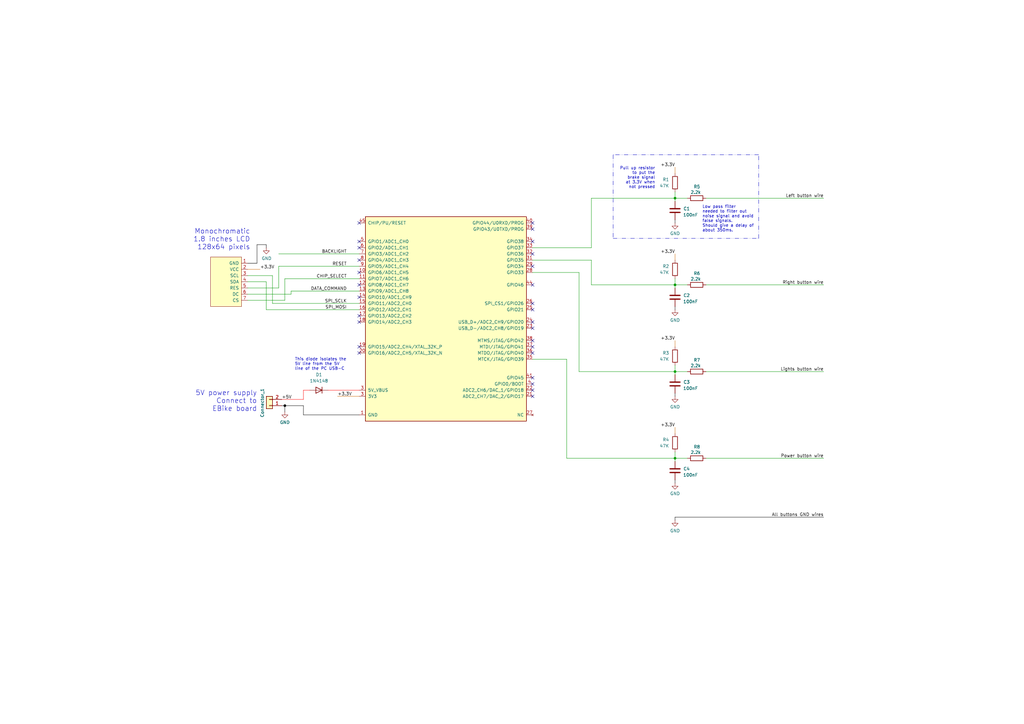
<source format=kicad_sch>
(kicad_sch (version 20231120) (generator "eeschema") (generator_version "8.0")
  (paper "A3")
  (lib_symbols
    (symbol "Connector_Generic:Conn_01x02" (pin_names (offset 1.016) hide)
      (property "Reference" "J" (at 0 2.54 0))
      (property "Value" "Conn_01x02" (at 0 -5.08 0))
      (symbol "Conn_01x02_1_1"
        (rectangle (start -1.27 -2.413) (end 0 -2.667) (stroke (width 0.1524)))
        (rectangle (start -1.27 0.127) (end 0 -0.127) (stroke (width 0.1524)))
        (rectangle (start -1.27 1.27) (end 1.27 -3.81) (stroke (width 0.254)) (fill (type background)))
        (pin passive line (at -5.08 0 0) (length 3.81) (name "Pin_1") (number "1"))
        (pin passive line (at -5.08 -2.54 0) (length 3.81) (name "Pin_2") (number "2"))
      )
    )
    (symbol "Device:C" (pin_numbers hide) (pin_names (offset 0.254))
      (property "Reference" "C" (at 0.635 2.54 0))
      (property "Value" "C" (at 0.635 -2.54 0))
      (symbol "C_0_1"
        (polyline (pts (xy -2.032 -0.762) (xy 2.032 -0.762)) (stroke (width 0.508)))
        (polyline (pts (xy -2.032 0.762) (xy 2.032 0.762)) (stroke (width 0.508)))
      )
      (symbol "C_1_1"
        (pin passive line (at 0 3.81 270) (length 2.794) (name "~") (number "1"))
        (pin passive line (at 0 -3.81 90) (length 2.794) (name "~") (number "2"))
      )
    )
    (symbol "Device:R" (pin_numbers hide) (pin_names (offset 0))
      (property "Reference" "R" (at 2.032 0 90))
      (property "Value" "R" (at 0 0 90))
      (symbol "R_0_1"
        (rectangle (start -1.016 -2.54) (end 1.016 2.54) (stroke (width 0.254)))
      )
      (symbol "R_1_1"
        (pin passive line (at 0 3.81 270) (length 1.27) (name "~") (number "1"))
        (pin passive line (at 0 -3.81 90) (length 1.27) (name "~") (number "2"))
      )
    )
    (symbol "Diode:1N4148" (pin_numbers hide) (pin_names hide)
      (property "Reference" "D" (at 0 2.54 0))
      (property "Value" "1N4148" (at 0 -2.54 0))
      (symbol "1N4148_0_1"
        (polyline (pts (xy -1.27 1.27) (xy -1.27 -1.27)) (stroke (width 0.254)))
        (polyline (pts (xy 1.27 0) (xy -1.27 0)))
        (polyline (pts (xy 1.27 1.27) (xy 1.27 -1.27) (xy -1.27 0) (xy 1.27 1.27)) (stroke (width 0.254)))
      )
      (symbol "1N4148_1_1"
        (pin passive line (at -3.81 0 0) (length 2.54) (name "K") (number "1"))
        (pin passive line (at 3.81 0 180) (length 2.54) (name "A") (number "2"))
      )
    )
    (symbol "Espressif:ESP32-S2-MINI-1" (pin_names (offset 1.016))
      (symbol "ESP32-S2-MINI-1_0_0"
        (pin power_in line (at -35.56 -35.56 0) (length 2.54) (name "GND") (number "1"))
        (pin passive line (at -35.56 -35.56 0) (length 2.54) hide (name "GND") (number "43"))
        (pin input line (at 35.56 17.78 180) (length 2.54) (name "GPIO46") (number "44"))
        (pin bidirectional line (at -35.56 43.18 0) (length 2.54) (name "CHIP/PU/RESET") (number "45"))
        (pin passive line (at -35.56 -35.56 0) (length 2.54) hide (name "GND") (number "46"))
        (pin passive line (at -35.56 -35.56 0) (length 2.54) hide (name "GND") (number "47"))
        (pin passive line (at -35.56 -35.56 0) (length 2.54) hide (name "GND") (number "48"))
        (pin passive line (at -35.56 -35.56 0) (length 2.54) hide (name "GND") (number "49"))
        (pin passive line (at -35.56 -35.56 0) (length 2.54) hide (name "GND") (number "50"))
        (pin passive line (at -35.56 -35.56 0) (length 2.54) hide (name "GND") (number "51"))
        (pin passive line (at -35.56 -35.56 0) (length 2.54) hide (name "GND") (number "52"))
        (pin passive line (at -35.56 -35.56 0) (length 2.54) hide (name "GND") (number "53"))
        (pin passive line (at -35.56 -35.56 0) (length 2.54) hide (name "GND") (number "54"))
        (pin passive line (at -35.56 -35.56 0) (length 2.54) hide (name "GND") (number "55"))
        (pin passive line (at -35.56 -35.56 0) (length 2.54) hide (name "GND") (number "56"))
        (pin passive line (at -35.56 -35.56 0) (length 2.54) hide (name "GND") (number "57"))
        (pin passive line (at -35.56 -35.56 0) (length 2.54) hide (name "GND") (number "58"))
        (pin passive line (at -35.56 -35.56 0) (length 2.54) hide (name "GND") (number "59"))
        (pin passive line (at -35.56 -35.56 0) (length 2.54) hide (name "GND") (number "60"))
        (pin passive line (at -35.56 -35.56 0) (length 2.54) hide (name "GND") (number "61"))
        (pin passive line (at -35.56 -35.56 0) (length 2.54) hide (name "GND") (number "62"))
        (pin passive line (at -35.56 -35.56 0) (length 2.54) hide (name "GND") (number "63"))
        (pin passive line (at -35.56 -35.56 0) (length 2.54) hide (name "GND") (number "64"))
        (pin passive line (at -35.56 -35.56 0) (length 2.54) hide (name "GND") (number "65"))
      )
      (symbol "ESP32-S2-MINI-1_1_1"
        (rectangle (start -33.02 45.72) (end 33.02 -38.1) (stroke (width 0.254)) (fill (type background)))
        (pin bidirectional line (at -35.56 22.86 0) (length 2.54) (name "GPIO6/ADC1_CH5") (number "10"))
        (pin bidirectional line (at -35.56 20.32 0) (length 2.54) (name "GPIO7/ADC1_CH6") (number "11"))
        (pin bidirectional line (at -35.56 17.78 0) (length 2.54) (name "GPIO8/ADC1_CH7") (number "12"))
        (pin bidirectional line (at -35.56 15.24 0) (length 2.54) (name "GPIO9/ADC1_CH8") (number "13"))
        (pin bidirectional line (at -35.56 12.7 0) (length 2.54) (name "GPIO10/ADC1_CH9") (number "14"))
        (pin bidirectional line (at -35.56 10.16 0) (length 2.54) (name "GPIO11/ADC2_CH0") (number "15"))
        (pin bidirectional line (at -35.56 7.62 0) (length 2.54) (name "GPIO12/ADC2_CH1") (number "16"))
        (pin bidirectional line (at -35.56 5.08 0) (length 2.54) (name "GPIO13/ADC2_CH2") (number "17"))
        (pin bidirectional line (at -35.56 2.54 0) (length 2.54) (name "GPIO14/ADC2_CH3") (number "18"))
        (pin bidirectional line (at -35.56 -7.62 0) (length 2.54) (name "GPIO15/ADC2_CH4/XTAL_32K_P") (number "19"))
        (pin passive line (at -35.56 -35.56 0) (length 2.54) hide (name "GND") (number "2"))
        (pin bidirectional line (at -35.56 -10.16 0) (length 2.54) (name "GPIO16/ADC2_CH5/XTAL_32K_N") (number "20"))
        (pin bidirectional line (at 35.56 -27.94 180) (length 2.54) (name "ADC2_CH7/DAC_2/GPIO17") (number "21"))
        (pin bidirectional line (at 35.56 -25.4 180) (length 2.54) (name "ADC2_CH6/DAC_1/GPIO18") (number "22"))
        (pin bidirectional line (at 35.56 0 180) (length 2.54) (name "USB_D-/ADC2_CH8/GPIO19") (number "23"))
        (pin bidirectional line (at 35.56 2.54 180) (length 2.54) (name "USB_D+/ADC2_CH9/GPIO20") (number "24"))
        (pin bidirectional line (at 35.56 7.62 180) (length 2.54) (name "GPIO21") (number "25"))
        (pin bidirectional line (at 35.56 10.16 180) (length 2.54) (name "SPI_CS1/GPIO26") (number "26"))
        (pin no_connect line (at 35.56 -35.56 180) (length 2.54) (name "NC") (number "27"))
        (pin bidirectional line (at 35.56 22.86 180) (length 2.54) (name "GPIO33") (number "28"))
        (pin bidirectional line (at 35.56 25.4 180) (length 2.54) (name "GPIO34") (number "29"))
        (pin power_in line (at -35.56 -27.94 0) (length 2.54) (name "3V3") (number "3"))
        (pin power_in line (at -35.56 -25.4 0) (length 2.54) (name "5V_VBUS") (number "3"))
        (pin passive line (at -35.56 -35.56 0) (length 2.54) hide (name "GND") (number "30"))
        (pin bidirectional line (at 35.56 27.94 180) (length 2.54) (name "GPIO35") (number "31"))
        (pin bidirectional line (at 35.56 30.48 180) (length 2.54) (name "GPIO36") (number "32"))
        (pin bidirectional line (at 35.56 33.02 180) (length 2.54) (name "GPIO37") (number "33"))
        (pin bidirectional line (at 35.56 35.56 180) (length 2.54) (name "GPIO38") (number "34"))
        (pin bidirectional line (at 35.56 -12.7 180) (length 2.54) (name "MTCK/JTAG/GPIO39") (number "35"))
        (pin bidirectional line (at 35.56 -10.16 180) (length 2.54) (name "MTDO/JTAG/GPIO40") (number "36"))
        (pin bidirectional line (at 35.56 -7.62 180) (length 2.54) (name "MTDI/JTAG/GPIO41") (number "37"))
        (pin bidirectional line (at 35.56 -5.08 180) (length 2.54) (name "MTMS/JTAG/GPIO42") (number "38"))
        (pin bidirectional line (at 35.56 40.64 180) (length 2.54) (name "GPIO43/U0TXD/PROG") (number "39"))
        (pin bidirectional line (at 35.56 -22.86 180) (length 2.54) (name "GPIO0/BOOT") (number "4"))
        (pin bidirectional line (at 35.56 43.18 180) (length 2.54) (name "GPIO44/U0RXD/PROG") (number "40"))
        (pin bidirectional line (at 35.56 -20.32 180) (length 2.54) (name "GPIO45") (number "41"))
        (pin passive line (at -35.56 -35.56 0) (length 2.54) hide (name "GND") (number "42"))
        (pin bidirectional line (at -35.56 35.56 0) (length 2.54) (name "GPIO1/ADC1_CH0") (number "5"))
        (pin bidirectional line (at -35.56 33.02 0) (length 2.54) (name "GPIO2/ADC1_CH1") (number "6"))
        (pin bidirectional line (at -35.56 30.48 0) (length 2.54) (name "GPIO3/ADC1_CH2") (number "7"))
        (pin bidirectional line (at -35.56 27.94 0) (length 2.54) (name "GPIO4/ADC1_CH3") (number "8"))
        (pin bidirectional line (at -35.56 25.4 0) (length 2.54) (name "GPIO5/ADC1_CH4") (number "9"))
      )
    )
    (symbol "power:GND" (power) (pin_names (offset 0))
      (property "Value" "GND" (at 0 -3.81 0))
      (symbol "GND_0_1"
        (polyline (pts (xy 0 0) (xy 0 -1.27) (xy 1.27 -1.27) (xy 0 -2.54) (xy -1.27 -1.27) (xy 0 -1.27)))
      )
      (symbol "GND_1_1"
        (pin power_in line (at 0 0 270) (length 0) hide (name "GND") (number "1"))
      )
    )
    (symbol "schematic-OLED_SPI-Bafang_M500_M600-rescue:SSD1306-SPI-OLED-schematic-rescue" (pin_names (offset 1.016))
      (property "Reference" "Brd" (at -3.81 -3.81 0))
      (property "Value" "SSD1306-SPI-OLED-schematic-rescue" (at 0 -1.27 0))
      (symbol "SSD1306-SPI-OLED-schematic-rescue_0_1"
        (rectangle (start -10.16 6.35) (end 10.16 -6.35) (fill (type background)))
      )
      (symbol "SSD1306-SPI-OLED-schematic-rescue_1_1"
        (pin input line (at -7.62 8.89 270) (length 2.54) (name "GND") (number "1"))
        (pin input line (at -5.08 8.89 270) (length 2.54) (name "VCC") (number "2"))
        (pin input line (at -2.54 8.89 270) (length 2.54) (name "SCL") (number "3"))
        (pin input line (at 0 8.89 270) (length 2.54) (name "SDA") (number "4"))
        (pin input line (at 2.54 8.89 270) (length 2.54) (name "RES") (number "5"))
        (pin input line (at 5.08 8.89 270) (length 2.54) (name "DC") (number "6"))
        (pin input line (at 7.62 8.89 270) (length 2.54) (name "CS") (number "7"))
      )
    )
  )
  (junction (at 276.86 116.84))
  (junction (at 276.86 152.4))
  (junction (at 276.86 81.28))
  (junction (at 276.86 187.96))
  (junction (at 116.84 166.37) (color 0 0 0 1))
  (no_connect (at 218.44 144.78))
  (no_connect (at 218.44 124.46))
  (no_connect (at 147.32 121.92))
  (no_connect (at 147.32 99.06))
  (no_connect (at 147.32 106.68))
  (no_connect (at 218.44 134.62))
  (no_connect (at 218.44 162.56))
  (no_connect (at 218.44 132.08))
  (no_connect (at 147.32 129.54))
  (no_connect (at 218.44 157.48))
  (no_connect (at 147.32 132.08))
  (no_connect (at 218.44 154.94))
  (no_connect (at 218.44 91.44))
  (no_connect (at 147.32 111.76))
  (no_connect (at 218.44 93.98))
  (no_connect (at 147.32 101.6))
  (no_connect (at 218.44 127))
  (no_connect (at 147.32 91.44))
  (no_connect (at 147.32 144.78))
  (no_connect (at 218.44 116.84))
  (no_connect (at 218.44 160.02))
  (no_connect (at 218.44 142.24))
  (no_connect (at 218.44 109.22))
  (no_connect (at 218.44 104.14))
  (no_connect (at 218.44 139.7))
  (no_connect (at 147.32 116.84))
  (no_connect (at 218.44 99.06))
  (no_connect (at 147.32 142.24))
  (wire (pts (xy 147.32 124.46) (xy 111.76 124.46)))
  (wire (pts (xy 242.57 81.28) (xy 276.86 81.28)))
  (wire (pts (xy 276.86 177.8) (xy 276.86 175.26)) (stroke (width 0) (color 204 102 0 1)))
  (wire (pts (xy 276.86 212.09) (xy 337.82 212.09)) (stroke (width 0) (color 0 0 0 1)))
  (wire (pts (xy 242.57 116.84) (xy 276.86 116.84)))
  (wire (pts (xy 276.86 71.12) (xy 276.86 68.58)) (stroke (width 0) (color 204 102 0 1)))
  (polyline (pts (xy 251.46 63.5) (xy 251.46 97.79)) (stroke (width 0) (type dash_dot_dot)))
  (wire (pts (xy 218.44 106.68) (xy 242.57 106.68)))
  (wire (pts (xy 111.76 113.03) (xy 101.6 113.03)))
  (wire (pts (xy 147.32 162.56) (xy 138.43 162.56)) (stroke (width 0) (color 204 102 0 1)))
  (wire (pts (xy 101.6 115.57) (xy 109.22 115.57)))
  (wire (pts (xy 281.94 116.84) (xy 276.86 116.84)))
  (wire (pts (xy 109.22 115.57) (xy 109.22 127)))
  (wire (pts (xy 109.22 127) (xy 147.32 127)))
  (wire (pts (xy 105.41 107.95) (xy 105.41 100.33)) (stroke (width 0) (color 0 0 0 1)))
  (wire (pts (xy 115.57 166.37) (xy 116.84 166.37)) (stroke (width 0) (color 0 0 0 1)))
  (polyline (pts (xy 251.46 97.79) (xy 311.15 97.79)) (stroke (width 0) (type dash_dot_dot)))
  (wire (pts (xy 276.86 81.28) (xy 276.86 82.55)))
  (wire (pts (xy 281.94 81.28) (xy 276.86 81.28)))
  (wire (pts (xy 105.41 100.33) (xy 109.22 100.33)) (stroke (width 0) (color 0 0 0 1)))
  (wire (pts (xy 289.56 152.4) (xy 337.82 152.4)))
  (wire (pts (xy 116.84 114.3) (xy 147.32 114.3)))
  (wire (pts (xy 281.94 187.96) (xy 276.86 187.96)))
  (wire (pts (xy 281.94 152.4) (xy 276.86 152.4)))
  (wire (pts (xy 124.46 166.37) (xy 124.46 170.18)) (stroke (width 0) (color 0 0 0 1)))
  (wire (pts (xy 237.49 152.4) (xy 276.86 152.4)))
  (wire (pts (xy 242.57 101.6) (xy 242.57 81.28)))
  (wire (pts (xy 218.44 101.6) (xy 242.57 101.6)))
  (wire (pts (xy 276.86 125.73) (xy 276.86 127)) (stroke (width 0) (color 0 0 0 1)))
  (wire (pts (xy 218.44 111.76) (xy 237.49 111.76)))
  (wire (pts (xy 114.3 109.22) (xy 114.3 118.11)))
  (wire (pts (xy 119.38 120.65) (xy 119.38 119.38)))
  (wire (pts (xy 276.86 114.3) (xy 276.86 116.84)))
  (wire (pts (xy 276.86 90.17) (xy 276.86 91.44)) (stroke (width 0) (color 0 0 0 1)))
  (wire (pts (xy 124.46 163.83) (xy 124.46 160.02)) (stroke (width 0) (color 255 0 0 1)))
  (wire (pts (xy 276.86 149.86) (xy 276.86 152.4)))
  (wire (pts (xy 101.6 107.95) (xy 105.41 107.95)) (stroke (width 0) (color 0 0 0 1)))
  (wire (pts (xy 276.86 116.84) (xy 276.86 118.11)))
  (wire (pts (xy 289.56 116.84) (xy 337.82 116.84)))
  (wire (pts (xy 276.86 196.85) (xy 276.86 198.12)) (stroke (width 0) (color 0 0 0 1)))
  (wire (pts (xy 276.86 106.68) (xy 276.86 104.14)) (stroke (width 0) (color 204 102 0 1)))
  (wire (pts (xy 101.6 120.65) (xy 119.38 120.65)))
  (wire (pts (xy 276.86 212.09) (xy 276.86 213.36)) (stroke (width 0) (color 0 0 0 1)))
  (wire (pts (xy 237.49 111.76) (xy 237.49 152.4)))
  (wire (pts (xy 115.57 163.83) (xy 124.46 163.83)) (stroke (width 0) (color 255 0 0 1)))
  (wire (pts (xy 116.84 123.19) (xy 116.84 114.3)))
  (wire (pts (xy 119.38 119.38) (xy 147.32 119.38)))
  (wire (pts (xy 124.46 170.18) (xy 147.32 170.18)) (stroke (width 0) (color 0 0 0 1)))
  (wire (pts (xy 111.76 113.03) (xy 111.76 124.46)))
  (polyline (pts (xy 311.15 63.5) (xy 251.46 63.5)) (stroke (width 0) (type dash_dot_dot)))
  (wire (pts (xy 242.57 106.68) (xy 242.57 116.84)))
  (wire (pts (xy 109.22 100.33) (xy 109.22 101.6)) (stroke (width 0) (color 0 0 0 1)))
  (wire (pts (xy 232.41 187.96) (xy 276.86 187.96)))
  (wire (pts (xy 116.84 166.37) (xy 116.84 168.91)) (stroke (width 0) (color 0 0 0 1)))
  (wire (pts (xy 114.3 104.14) (xy 147.32 104.14)))
  (polyline (pts (xy 311.15 97.79) (xy 311.15 63.5)) (stroke (width 0) (type dash_dot_dot)))
  (wire (pts (xy 134.62 160.02) (xy 147.32 160.02)) (stroke (width 0) (color 255 0 0 1)))
  (wire (pts (xy 289.56 81.28) (xy 337.82 81.28)))
  (wire (pts (xy 232.41 147.32) (xy 232.41 187.96)))
  (wire (pts (xy 116.84 166.37) (xy 124.46 166.37)) (stroke (width 0) (color 0 0 0 1)))
  (wire (pts (xy 114.3 118.11) (xy 101.6 118.11)))
  (wire (pts (xy 276.86 142.24) (xy 276.86 139.7)) (stroke (width 0) (color 204 102 0 1)))
  (wire (pts (xy 101.6 123.19) (xy 116.84 123.19)))
  (wire (pts (xy 276.86 161.29) (xy 276.86 162.56)) (stroke (width 0) (color 0 0 0 1)))
  (wire (pts (xy 276.86 78.74) (xy 276.86 81.28)))
  (wire (pts (xy 218.44 147.32) (xy 232.41 147.32)))
  (wire (pts (xy 276.86 185.42) (xy 276.86 187.96)))
  (wire (pts (xy 276.86 187.96) (xy 276.86 189.23)))
  (wire (pts (xy 289.56 187.96) (xy 337.82 187.96)))
  (wire (pts (xy 124.46 160.02) (xy 127 160.02)) (stroke (width 0) (color 255 0 0 1)))
  (wire (pts (xy 276.86 152.4) (xy 276.86 153.67)))
  (wire (pts (xy 114.3 109.22) (xy 147.32 109.22)))
  (wire (pts (xy 101.6 110.49) (xy 106.68 110.49)) (stroke (width 0) (color 204 102 0 1)))
  (text "Low pass filter\nneeded to filter out\nnoise signal and avoid\nfalse signals.\nShould give a delay of\nabout 350ms.\n" (at 288.036 95.25 0) (effects (font (size 1.2 1.2)) (justify left bottom)))
  (text "Pull up resistor\nto put the\nbrake signal\nat 3.3V when\nnot pressed\n" (at 268.732 77.47 0) (effects (font (size 1.2 1.2)) (justify right bottom)))
  (text "5V power supply\nConnect to\nEBike board" (at 105.41 168.91 0) (effects (font (size 2.0066 2.0066)) (justify right bottom)))
  (text "Monochromatic\n1.8 inches LCD\n128x64 pixels" (at 102.616 102.616 0) (effects (font (size 2.0066 2.0066)) (justify right bottom)))
  (text "This diode isolates the\n5V line from the 5V\nline of the PC USB-C\n " (at 120.904 153.924 0) (effects (font (size 1.2 1.2)) (justify left bottom)))
  (label "Lights button wire" (at 337.82 152.4 180))
  (label "DATA_COMMAND" (at 142.24 119.38 180))
  (label "SPI_MOSI" (at 142.24 127 180))
  (label "+3.3V" (at 276.86 175.26 180))
  (label "+3.3V" (at 106.68 110.49 0))
  (label "BACKLIGHT" (at 142.24 104.14 180))
  (label "+5V" (at 115.57 163.83 0))
  (label "SPI_SCLK" (at 142.24 124.46 180))
  (label "Right button wire" (at 337.82 116.84 180))
  (label "CHIP_SELECT" (at 142.24 114.3 180))
  (label "+3.3V" (at 276.86 104.14 180))
  (label "+3.3V" (at 138.43 162.56 0))
  (label "+3.3V" (at 276.86 139.7 180))
  (label "All buttons GND wires" (at 337.82 212.09 180))
  (label "Left button wire" (at 337.82 81.28 180))
  (label "+3.3V" (at 276.86 68.58 180))
  (label "Power button wire" (at 337.82 187.96 180))
  (label "RESET" (at 142.24 109.22 180))
  (symbol (lib_id "Diode:1N4148") (at 130.81 160.02 180) (unit 1)
    (property "Reference" "D1" (at 130.81 153.67 0))
    (property "Value" "1N4148" (at 130.81 156.21 0))
    (property "Footprint" "Diode_THT:D_DO-35_SOD27_P7.62mm_Horizontal" (effects (hide yes)))
    (property "Datasheet" "https://assets.nexperia.com/documents/data-sheet/1N4148_1N4448.pdf" (effects (hide yes)))
    (property "Description" "100V 0.15A standard switching diode, DO-35" (effects (hide yes)))
    (property "Sim.Device" "D" (effects (hide yes)))
    (property "Sim.Pins" "1=K 2=A" (effects (hide yes)))
  )
  (symbol (lib_id "power:GND") (at 276.86 162.56 0) (mirror y) (unit 1)
    (property "Reference" "#PWR05" (effects (hide yes)))
    (property "Value" "GND" (at 276.86 166.878 0))
  )
  (symbol (lib_id "Connector_Generic:Conn_01x02") (at 110.49 166.37 180) (unit 1)
    (property "Reference" "J1" (effects (hide yes)))
    (property "Value" "Connector_1" (at 107.569 159.258 90) (effects (justify left)))
  )
  (symbol (lib_id "Device:R") (at 276.86 110.49 0) (mirror y) (unit 1)
    (property "Reference" "R2" (at 274.447 109.22 0) (effects (justify left)))
    (property "Value" "47K" (at 274.447 111.76 0) (effects (justify left)))
  )
  (symbol (lib_id "Device:C") (at 276.86 86.36 0) (mirror y) (unit 1)
    (property "Reference" "C1" (at 282.956 85.598 0) (effects (justify left)))
    (property "Value" "100nF" (at 286.258 88.138 0) (effects (justify left)))
  )
  (symbol (lib_id "Device:C") (at 276.86 193.04 0) (mirror y) (unit 1)
    (property "Reference" "C4" (at 282.956 192.278 0) (effects (justify left)))
    (property "Value" "100nF" (at 286.258 194.818 0) (effects (justify left)))
  )
  (symbol (lib_id "power:GND") (at 116.84 168.91 0) (unit 1)
    (property "Reference" "#PWR02" (effects (hide yes)))
    (property "Value" "GND" (at 116.84 173.228 0))
  )
  (symbol (lib_id "Device:R") (at 285.75 81.28 270) (mirror x) (unit 1)
    (property "Reference" "R5" (at 284.48 76.581 90) (effects (justify left)))
    (property "Value" "2.2k" (at 283.21 78.867 90) (effects (justify left)))
  )
  (symbol (lib_id "Device:R") (at 276.86 146.05 0) (mirror y) (unit 1)
    (property "Reference" "R3" (at 274.447 144.78 0) (effects (justify left)))
    (property "Value" "47K" (at 274.447 147.32 0) (effects (justify left)))
  )
  (symbol (lib_id "schematic-OLED_SPI-Bafang_M500_M600-rescue:SSD1306-SPI-OLED-schematic-rescue") (at 92.71 115.57 270) (unit 1)
    (property "Reference" "NA1" (effects (hide yes)))
    (property "Value" "OLED_1.3_inches_128x64" (effects (hide yes)))
  )
  (symbol (lib_id "Device:R") (at 276.86 181.61 0) (mirror y) (unit 1)
    (property "Reference" "R4" (at 274.447 180.34 0) (effects (justify left)))
    (property "Value" "47K" (at 274.447 182.88 0) (effects (justify left)))
  )
  (symbol (lib_id "Device:R") (at 285.75 116.84 270) (mirror x) (unit 1)
    (property "Reference" "R6" (at 284.48 112.141 90) (effects (justify left)))
    (property "Value" "2.2k" (at 283.21 114.427 90) (effects (justify left)))
  )
  (symbol (lib_id "power:GND") (at 276.86 91.44 0) (mirror y) (unit 1)
    (property "Reference" "#PWR03" (effects (hide yes)))
    (property "Value" "GND" (at 276.86 95.758 0))
  )
  (symbol (lib_id "Espressif:ESP32-S2-MINI-1") (at 182.88 134.62 0) (unit 1)
    (property "Reference" "U1" (effects (hide yes)))
    (property "Footprint" "Espressif:ESP32-S2-MINI-1" (effects (hide yes)))
    (property "Datasheet" "https://www.espressif.com/sites/default/files/documentation/esp32-s2-mini-1_esp32-s2-mini-1u_datasheet_en.pdf" (effects (hide yes)))
  )
  (symbol (lib_id "power:GND") (at 276.86 198.12 0) (mirror y) (unit 1)
    (property "Reference" "#PWR06" (effects (hide yes)))
    (property "Value" "GND" (at 276.86 202.438 0))
  )
  (symbol (lib_id "Device:C") (at 276.86 157.48 0) (mirror y) (unit 1)
    (property "Reference" "C3" (at 282.956 156.718 0) (effects (justify left)))
    (property "Value" "100nF" (at 286.258 159.258 0) (effects (justify left)))
  )
  (symbol (lib_id "power:GND") (at 109.22 101.6 0) (unit 1)
    (property "Reference" "#PWR01" (effects (hide yes)))
    (property "Value" "GND" (at 109.347 105.9942 0))
  )
  (symbol (lib_id "Device:R") (at 276.86 74.93 0) (mirror y) (unit 1)
    (property "Reference" "R1" (at 274.447 73.66 0) (effects (justify left)))
    (property "Value" "47K" (at 274.447 76.2 0) (effects (justify left)))
  )
  (symbol (lib_id "Device:C") (at 276.86 121.92 0) (mirror y) (unit 1)
    (property "Reference" "C2" (at 282.956 121.158 0) (effects (justify left)))
    (property "Value" "100nF" (at 286.258 123.698 0) (effects (justify left)))
  )
  (symbol (lib_id "power:GND") (at 276.86 127 0) (mirror y) (unit 1)
    (property "Reference" "#PWR04" (effects (hide yes)))
    (property "Value" "GND" (at 276.86 131.318 0))
  )
  (symbol (lib_id "power:GND") (at 276.86 213.36 0) (mirror y) (unit 1)
    (property "Reference" "#PWR07" (effects (hide yes)))
    (property "Value" "GND" (at 276.86 217.678 0))
  )
  (symbol (lib_id "Device:R") (at 285.75 152.4 270) (mirror x) (unit 1)
    (property "Reference" "R7" (at 284.48 147.701 90) (effects (justify left)))
    (property "Value" "2.2k" (at 283.21 149.987 90) (effects (justify left)))
  )
  (symbol (lib_id "Device:R") (at 285.75 187.96 270) (mirror x) (unit 1)
    (property "Reference" "R8" (at 284.48 183.261 90) (effects (justify left)))
    (property "Value" "2.2k" (at 283.21 185.547 90) (effects (justify left)))
  )
)
</source>
